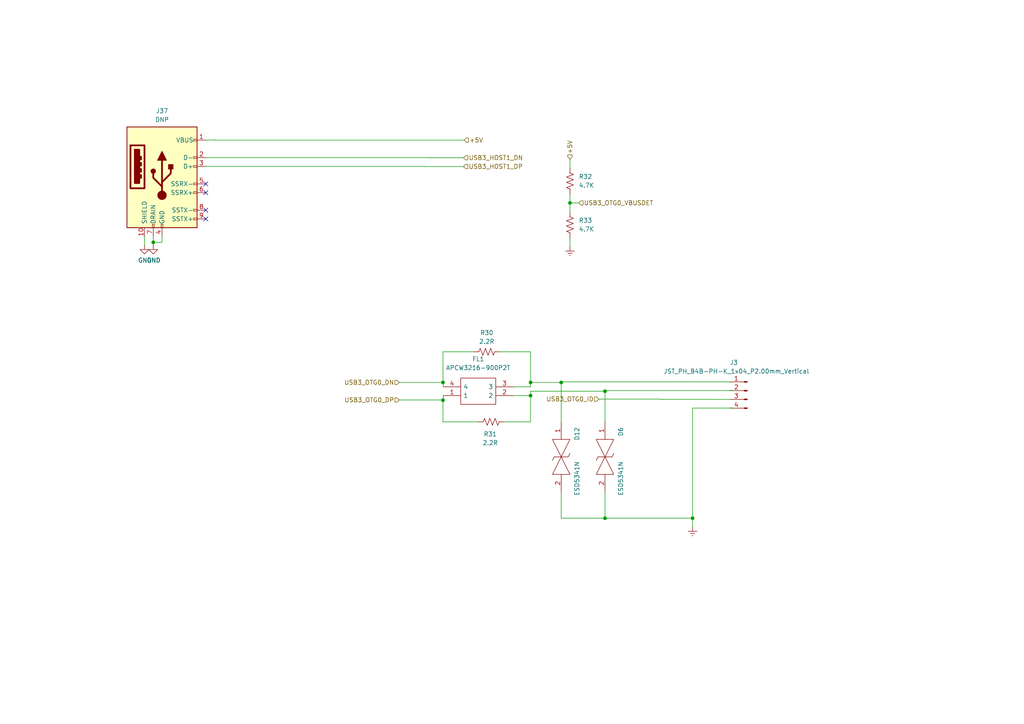
<source format=kicad_sch>
(kicad_sch (version 20231120) (generator "eeschema") (generator_version "8.0")
  (paper "A4")
  (lib_symbols
    (symbol "Connector:Conn_01x04_Pin" (pin_names (offset 1.016) hide)
      (property "Reference" "J" (at 0 5.08 0))
      (property "Value" "Conn_01x04_Pin" (at 0 -7.62 0))
      (symbol "Conn_01x04_Pin_1_1"
        (polyline (pts (xy 1.27 -5.08) (xy 0.8636 -5.08)) (stroke (width 0.1524)))
        (polyline (pts (xy 1.27 -2.54) (xy 0.8636 -2.54)) (stroke (width 0.1524)))
        (polyline (pts (xy 1.27 0) (xy 0.8636 0)) (stroke (width 0.1524)))
        (polyline (pts (xy 1.27 2.54) (xy 0.8636 2.54)) (stroke (width 0.1524)))
        (rectangle (start 0.8636 -4.953) (end 0 -5.207) (stroke (width 0.1524)) (fill (type outline)))
        (rectangle (start 0.8636 -2.413) (end 0 -2.667) (stroke (width 0.1524)) (fill (type outline)))
        (rectangle (start 0.8636 0.127) (end 0 -0.127) (stroke (width 0.1524)) (fill (type outline)))
        (rectangle (start 0.8636 2.667) (end 0 2.413) (stroke (width 0.1524)) (fill (type outline)))
        (pin passive line (at 5.08 2.54 180) (length 3.81) (name "Pin_1") (number "1"))
        (pin passive line (at 5.08 0 180) (length 3.81) (name "Pin_2") (number "2"))
        (pin passive line (at 5.08 -2.54 180) (length 3.81) (name "Pin_3") (number "3"))
        (pin passive line (at 5.08 -5.08 180) (length 3.81) (name "Pin_4") (number "4"))
      )
    )
    (symbol "Connector:USB3_A" (pin_names (offset 1.016))
      (property "Reference" "J" (at -10.16 15.24 0))
      (property "Value" "USB3_A" (at 10.16 15.24 0))
      (symbol "USB3_A_0_0"
        (rectangle (start -9.144 8.636) (end -5.08 -3.81) (stroke (width 0.508)))
        (rectangle (start -7.874 7.366) (end -6.604 -2.286) (stroke (width 0.508)) (fill (type outline)))
        (rectangle (start -6.35 0) (end -6.096 -0.762) (stroke (width 0.508)))
        (rectangle (start -6.35 1.778) (end -6.096 1.016) (stroke (width 0.508)))
        (rectangle (start -6.35 3.556) (end -6.096 2.794) (stroke (width 0.508)))
        (rectangle (start -6.35 5.334) (end -6.096 4.572) (stroke (width 0.508)))
        (rectangle (start -2.794 -15.24) (end -2.286 -14.224))
        (rectangle (start -0.254 -15.24) (end 0.254 -14.224))
        (rectangle (start 10.16 -12.446) (end 9.144 -12.954))
        (rectangle (start 10.16 -9.906) (end 9.144 -10.414))
        (rectangle (start 10.16 -4.826) (end 9.144 -5.334))
        (rectangle (start 10.16 -2.286) (end 9.144 -2.794))
        (rectangle (start 10.16 2.794) (end 9.144 2.286))
        (rectangle (start 10.16 5.334) (end 9.144 4.826))
        (rectangle (start 10.16 10.414) (end 9.144 9.906))
      )
      (symbol "USB3_A_0_1"
        (rectangle (start -10.16 13.97) (end 10.16 -15.24) (stroke (width 0.254)) (fill (type background)))
      )
      (symbol "USB3_A_1_1"
        (circle (center -2.54 1.143) (radius 0.635) (stroke (width 0.254)) (fill (type outline)))
        (circle (center 0 -5.842) (radius 1.27) (fill (type outline)))
        (polyline (pts (xy 0 -5.842) (xy 0 4.318)) (stroke (width 0.508)))
        (polyline (pts (xy 0 -3.302) (xy -2.54 -0.762) (xy -2.54 0.508)) (stroke (width 0.508)))
        (polyline (pts (xy 0 -2.032) (xy 2.54 0.508) (xy 2.54 1.778)) (stroke (width 0.508)))
        (polyline (pts (xy -1.27 4.318) (xy 0 6.858) (xy 1.27 4.318) (xy -1.27 4.318)) (stroke (width 0.254)) (fill (type outline)))
        (rectangle (start 1.905 1.778) (end 3.175 3.048) (stroke (width 0.254)) (fill (type outline)))
        (pin power_in line (at 12.7 10.16 180) (length 2.54) (name "VBUS") (number "1"))
        (pin passive line (at -5.08 -17.78 90) (length 2.54) (name "SHIELD") (number "10"))
        (pin bidirectional line (at 12.7 5.08 180) (length 2.54) (name "D-") (number "2"))
        (pin bidirectional line (at 12.7 2.54 180) (length 2.54) (name "D+") (number "3"))
        (pin power_in line (at 0 -17.78 90) (length 2.54) (name "GND") (number "4"))
        (pin output line (at 12.7 -2.54 180) (length 2.54) (name "SSRX-") (number "5"))
        (pin output line (at 12.7 -5.08 180) (length 2.54) (name "SSRX+") (number "6"))
        (pin passive line (at -2.54 -17.78 90) (length 2.54) (name "DRAIN") (number "7"))
        (pin input line (at 12.7 -10.16 180) (length 2.54) (name "SSTX-") (number "8"))
        (pin input line (at 12.7 -12.7 180) (length 2.54) (name "SSTX+") (number "9"))
      )
    )
    (symbol "DLW31SN900SQ2L:DLW31SN900SQ2L" (pin_names (offset 0.762))
      (property "Reference" "FL" (at 16.51 7.62 0))
      (property "Value" "DLW31SN900SQ2L" (at 16.51 5.08 0))
      (symbol "DLW31SN900SQ2L_0_0"
        (pin passive line (at 0 -2.54 0) (length 5.08) (name "1") (number "1"))
        (pin passive line (at 20.32 -2.54 180) (length 5.08) (name "2") (number "2"))
        (pin passive line (at 20.32 0 180) (length 5.08) (name "3") (number "3"))
        (pin passive line (at 0 0 0) (length 5.08) (name "4") (number "4"))
      )
      (symbol "DLW31SN900SQ2L_0_1"
        (polyline (pts (xy 5.08 2.54) (xy 15.24 2.54) (xy 15.24 -5.08) (xy 5.08 -5.08) (xy 5.08 2.54)) (stroke (width 0.1524)))
      )
    )
    (symbol "Device:R_US" (pin_numbers hide) (pin_names (offset 0))
      (property "Reference" "R" (at 2.54 0 90))
      (property "Value" "R_US" (at -2.54 0 90))
      (symbol "R_US_0_1"
        (polyline (pts (xy 0 -2.286) (xy 0 -2.54)))
        (polyline (pts (xy 0 2.286) (xy 0 2.54)))
        (polyline (pts (xy 0 -0.762) (xy 1.016 -1.143) (xy 0 -1.524) (xy -1.016 -1.905) (xy 0 -2.286)))
        (polyline (pts (xy 0 0.762) (xy 1.016 0.381) (xy 0 0) (xy -1.016 -0.381) (xy 0 -0.762)))
        (polyline (pts (xy 0 2.286) (xy 1.016 1.905) (xy 0 1.524) (xy -1.016 1.143) (xy 0 0.762)))
      )
      (symbol "R_US_1_1"
        (pin passive line (at 0 3.81 270) (length 1.27) (name "~") (number "1"))
        (pin passive line (at 0 -3.81 90) (length 1.27) (name "~") (number "2"))
      )
    )
    (symbol "SP0402B-ULC-01ETG:SP0402B-ULC-01ETG" (pin_names (offset 0.762))
      (property "Reference" "D" (at 12.7 8.89 0))
      (property "Value" "SP0402B-ULC-01ETG" (at 12.7 6.35 0))
      (symbol "SP0402B-ULC-01ETG_0_0"
        (pin passive line (at 0 0 0) (length 5.08) (name "~") (number "1"))
        (pin passive line (at 20.32 0 180) (length 5.08) (name "~") (number "2"))
      )
      (symbol "SP0402B-ULC-01ETG_0_1"
        (polyline (pts (xy 9.144 2.54) (xy 10.16 2.032)) (stroke (width 0.1524)))
        (polyline (pts (xy 10.16 -2.032) (xy 10.16 2.032)) (stroke (width 0.1524)))
        (polyline (pts (xy 10.16 -2.032) (xy 11.176 -2.54)) (stroke (width 0.1524)))
        (polyline (pts (xy 10.16 0) (xy 5.08 -2.54) (xy 5.08 2.54) (xy 10.16 0)) (stroke (width 0.1524)))
        (polyline (pts (xy 10.16 0) (xy 15.24 -2.54) (xy 15.24 2.54) (xy 10.16 0)) (stroke (width 0.1524)))
      )
    )
    (symbol "power:Earth" (power) (pin_names (offset 0))
      (symbol "Earth_0_1"
        (polyline (pts (xy -0.635 -1.905) (xy 0.635 -1.905)))
        (polyline (pts (xy -0.127 -2.54) (xy 0.127 -2.54)))
        (polyline (pts (xy 0 -1.27) (xy 0 0)))
        (polyline (pts (xy 1.27 -1.27) (xy -1.27 -1.27)))
      )
      (symbol "Earth_1_1"
        (pin power_in line (at 0 0 270) (length 0) hide (name "Earth") (number "1"))
      )
    )
    (symbol "power:GND" (power) (pin_names (offset 0))
      (property "Value" "GND" (at 0 -3.81 0))
      (symbol "GND_0_1"
        (polyline (pts (xy 0 0) (xy 0 -1.27) (xy 1.27 -1.27) (xy 0 -2.54) (xy -1.27 -1.27) (xy 0 -1.27)))
      )
      (symbol "GND_1_1"
        (pin power_in line (at 0 0 270) (length 0) hide (name "GND") (number "1"))
      )
    )
  )
  (junction (at 165.3132 58.8557))
  (junction (at 162.7732 110.9257))
  (junction (at 128.4832 110.9257))
  (junction (at 153.8832 114.7367))
  (junction (at 175.4732 150.2957))
  (junction (at 128.4832 116.0685))
  (junction (at 200.8732 150.2957))
  (junction (at 153.8832 110.9257))
  (junction (at 175.4732 113.4657))
  (junction (at 44.45 70.2855))
  (no_connect (at 59.69 53.34))
  (no_connect (at 59.69 63.5))
  (no_connect (at 59.69 60.96))
  (no_connect (at 59.69 55.88))
  (wire (pts (xy 62.406 40.64) (xy 62.406 40.5978)))
  (wire (pts (xy 44.45 71.12) (xy 44.45 70.2855)))
  (wire (pts (xy 191.77 115.824) (xy 207.4784 115.824)))
  (wire (pts (xy 212.4585 113.3051) (xy 211.6569 113.3051)))
  (wire (pts (xy 175.4732 150.2957) (xy 200.8732 150.2957)))
  (wire (pts (xy 153.8832 122.3557) (xy 146.2632 122.3557)))
  (wire (pts (xy 128.5532 112.1967) (xy 128.5532 110.9257)))
  (wire (pts (xy 128.5532 110.9257) (xy 128.4832 110.9257)))
  (wire (pts (xy 128.5532 116.0685) (xy 128.4832 116.0685)))
  (wire (pts (xy 165.3132 56.3157) (xy 165.3132 58.8557)))
  (wire (pts (xy 124.284 45.7622) (xy 134.444 45.7622)))
  (wire (pts (xy 128.5532 114.7367) (xy 128.5532 116.0685)))
  (wire (pts (xy 212.4585 118.3851) (xy 211.6569 118.3851)))
  (wire (pts (xy 46.99 68.58) (xy 46.99 70.2855)))
  (wire (pts (xy 162.7732 150.2957) (xy 175.4732 150.2957)))
  (wire (pts (xy 207.4784 115.824) (xy 207.4784 115.8451)))
  (wire (pts (xy 115.7832 116.0057) (xy 128.4832 116.0057)))
  (wire (pts (xy 124.284 45.7622) (xy 124.284 45.72)))
  (wire (pts (xy 162.7732 110.744) (xy 162.7732 110.9257)))
  (wire (pts (xy 162.7732 110.744) (xy 210.0184 110.744)))
  (wire (pts (xy 162.7732 150.2957) (xy 162.7732 142.6757)))
  (wire (pts (xy 62.406 40.5978) (xy 59.69 40.64)))
  (wire (pts (xy 175.4732 113.4657) (xy 175.4732 122.3557)))
  (wire (pts (xy 212.4585 118.364) (xy 212.4585 118.3851)))
  (wire (pts (xy 175.4732 113.4657) (xy 153.8832 113.4657)))
  (wire (pts (xy 153.8832 114.7367) (xy 153.8832 122.3557)))
  (wire (pts (xy 138.6432 122.3557) (xy 128.4832 122.3557)))
  (wire (pts (xy 210.0184 110.7651) (xy 211.6569 110.7651)))
  (wire (pts (xy 210.0184 110.744) (xy 210.0184 110.7651)))
  (wire (pts (xy 128.4832 122.3557) (xy 128.4832 116.0685)))
  (wire (pts (xy 137.3732 102.0357) (xy 128.4832 102.0357)))
  (wire (pts (xy 128.4832 102.0357) (xy 128.4832 110.9257)))
  (wire (pts (xy 162.7732 110.9257) (xy 162.7732 122.3557)))
  (wire (pts (xy 165.3132 69.0157) (xy 165.3132 71.5557)))
  (wire (pts (xy 59.69 45.72) (xy 124.284 45.72)))
  (wire (pts (xy 62.406 40.64) (xy 134.62 40.64)))
  (wire (pts (xy 128.4832 116.0685) (xy 128.4832 116.0057)))
  (wire (pts (xy 200.8732 118.364) (xy 212.4585 118.364)))
  (wire (pts (xy 148.8732 112.1967) (xy 153.8832 112.1967)))
  (wire (pts (xy 123.014 48.3022) (xy 123.014 48.26)))
  (wire (pts (xy 123.014 48.3022) (xy 134.444 48.3022)))
  (wire (pts (xy 46.99 70.2855) (xy 44.45 70.2855)))
  (wire (pts (xy 200.8732 150.2957) (xy 200.8732 152.8357)))
  (wire (pts (xy 175.4732 113.284) (xy 175.4732 113.4657)))
  (wire (pts (xy 144.9932 102.0357) (xy 153.8832 102.0357)))
  (wire (pts (xy 59.69 48.26) (xy 123.014 48.26)))
  (wire (pts (xy 165.3132 58.8557) (xy 165.3132 61.3957)))
  (wire (pts (xy 207.4784 115.8451) (xy 211.6569 115.8451)))
  (wire (pts (xy 200.8732 118.364) (xy 200.8732 150.2957)))
  (wire (pts (xy 175.4732 150.2957) (xy 175.4732 142.6757)))
  (wire (pts (xy 167.8532 58.8557) (xy 165.3132 58.8557)))
  (wire (pts (xy 173.6713 115.7517) (xy 191.77 115.7517)))
  (wire (pts (xy 148.8732 114.7367) (xy 153.8832 114.7367)))
  (wire (pts (xy 175.4732 113.284) (xy 212.4585 113.284)))
  (wire (pts (xy 153.8832 112.1967) (xy 153.8832 110.9257)))
  (wire (pts (xy 153.8832 102.0357) (xy 153.8832 110.9257)))
  (wire (pts (xy 153.8832 113.4657) (xy 153.8832 114.7367)))
  (wire (pts (xy 44.45 70.2855) (xy 44.45 68.58)))
  (wire (pts (xy 153.8832 110.9257) (xy 162.7732 110.9257)))
  (wire (pts (xy 212.4585 113.284) (xy 212.4585 113.3051)))
  (wire (pts (xy 191.77 115.824) (xy 191.77 115.7517)))
  (wire (pts (xy 115.7832 110.9257) (xy 128.4832 110.9257)))
  (wire (pts (xy 41.91 71.12) (xy 41.91 68.58)))
  (wire (pts (xy 165.3132 46.1557) (xy 165.3132 48.6957)))
  (hierarchical_label "USB3_HOST1_DP" (shape input) (at 134.444 48.3022 0))
  (hierarchical_label "USB3_HOST1_DN" (shape input) (at 134.444 45.7622 0))
  (hierarchical_label "+5V" (shape input) (at 165.3132 46.1557 90))
  (hierarchical_label "USB3_OTG0_ID" (shape input) (at 173.6713 115.7517 180))
  (hierarchical_label "USB3_OTG0_DP" (shape input) (at 115.7832 116.0057 180))
  (hierarchical_label "USB3_OTG0_VBUSDET" (shape input) (at 167.8532 58.8557 0))
  (hierarchical_label "+5V" (shape input) (at 134.62 40.64 0))
  (hierarchical_label "USB3_OTG0_DN" (shape input) (at 115.7832 110.9257 180))
  (symbol (lib_id "SP0402B-ULC-01ETG:SP0402B-ULC-01ETG") (at 175.4732 122.3557 270) (unit 1)
    (property "Reference" "D6" (at 180.0452 123.8797 0) (effects (justify left)))
    (property "Value" "ESD5341N" (at 180.0452 133.7857 0) (effects (justify left)))
    (property "Footprint" "ESD5341N:ESD5341N" (effects (hide yes)))
    (property "Datasheet" "https://www.mouser.com/datasheet/2/240/Littelfuse_TVS_Diode_Array_Ultra_Low_Capacitance_D-1021420.pdf" (effects (hide yes)))
    (property "Description" "ESD Suppressors / TVS Diodes 5V .13pF 20kV" (effects (hide yes)))
    (property "Manufacturer_Name" "LITTELFUSE" (effects (hide yes)))
    (property "Manufacturer_Part_Number" "SP0402B-ULC-01ETG" (effects (hide yes)))
    (property "Mouser Part Number" "576-SP0402BULC-01ETG" (effects (hide yes)))
    (property "Mouser Price/Stock" "https://www.mouser.co.uk/ProductDetail/Littelfuse/SP0402B-ULC-01ETG?qs=lM4gFlnEeENx4cnTNlk34g%3D%3D" (effects (hide yes)))
    (property "Arrow Part Number" "SP0402B-ULC-01ETG" (effects (hide yes)))
    (property "Arrow Price/Stock" "https://www.arrow.com/en/products/sp0402b-ulc-01etg/littelfuse?region=nac" (effects (hide yes)))
    (property "MPN" "ESD5341N" (effects (hide yes)))
  )
  (symbol (lib_id "power:Earth") (at 200.8732 152.8357 0) (unit 1)
    (property "Reference" "#PWR073" (effects (hide yes)))
    (property "Value" "Earth" (effects (hide yes)))
    (property "Description" "Power symbol creates a global label with name \"Earth\"" (effects (hide yes)))
  )
  (symbol (lib_id "power:GND") (at 41.91 71.12 0) (unit 1)
    (property "Reference" "#PWR0144" (effects (hide yes)))
    (property "Value" "GND" (at 42.037 75.5142 0))
  )
  (symbol (lib_id "power:GND") (at 44.45 71.12 0) (unit 1)
    (property "Reference" "#PWR0223" (effects (hide yes)))
    (property "Value" "GND" (at 44.577 75.5142 0))
  )
  (symbol (lib_id "Device:R_US") (at 142.4532 122.3557 90) (unit 1)
    (property "Reference" "R31" (at 142.1992 125.9117 90))
    (property "Value" "2.2R" (at 142.1992 128.4517 90))
    (property "Footprint" "Resistor_SMD:R_0402_1005Metric" (effects (hide yes)))
    (property "Description" "Resistor, US symbol" (effects (hide yes)))
    (property "MPN" "0402WGF220KTCE" (effects (hide yes)))
  )
  (symbol (lib_id "Device:R_US") (at 165.3132 65.2057 0) (unit 1)
    (property "Reference" "R33" (at 167.8532 63.9356 0) (effects (justify left)))
    (property "Value" "4.7K" (at 167.8532 66.4756 0) (effects (justify left)))
    (property "Footprint" "Resistor_SMD:R_0603_1608Metric" (effects (hide yes)))
    (property "Description" "Resistor, US symbol" (effects (hide yes)))
    (property "MPN" "0603WAF4701T5E" (effects (hide yes)))
  )
  (symbol (lib_id "Connector:USB3_A") (at 46.99 50.8 0) (unit 1)
    (property "Reference" "J37" (at 46.99 32.1733 0))
    (property "Value" "DNP" (at 46.99 34.7133 0))
    (property "Footprint" "footprint:CP-USB-3015" (effects (hide yes)))
    (property "Description" "USB 3.0 A connector" (effects (hide yes)))
    (property "MPN" "USB3.0 侧插" (effects (hide yes)))
  )
  (symbol (lib_id "DLW31SN900SQ2L:DLW31SN900SQ2L") (at 128.5532 112.1967 0) (unit 1)
    (property "Reference" "FL1" (at 138.7132 104.14 0))
    (property "Value" "APCW3216-900P2T" (at 138.7132 106.68 0))
    (property "Footprint" "DLW31SN900SQ2L:DLW31SH222SQ2L" (effects (hide yes)))
    (property "Datasheet" "https://www.murata.com/en-us/products/productdetail?partno=DLW31SN900SQ2%23" (effects (hide yes)))
    (property "Description" "Common mode choke SMD 1206 370mA 90R Murata DLW31S Series Wire-wound SMD Inductor +/-25% Wire-Wound 370mA Idc" (effects (hide yes)))
    (property "Height" "2.1" (effects (hide yes)))
    (property "Manufacturer_Name" "Murata Electronics" (effects (hide yes)))
    (property "Manufacturer_Part_Number" "DLW31SN900SQ2L" (effects (hide yes)))
    (property "Mouser Part Number" "81-DLW31SN900SQ2L" (effects (hide yes)))
    (property "Mouser Price/Stock" "https://www.mouser.co.uk/ProductDetail/Murata-Electronics/DLW31SN900SQ2L?qs=MvDi5e8ZjmVQKH%2F%2FPPGwmg%3D%3D" (effects (hide yes)))
    (property "Arrow Part Number" "DLW31SN900SQ2L" (effects (hide yes)))
    (property "Arrow Price/Stock" "https://www.arrow.com/en/products/dlw31sn900sq2l/murata-manufacturing?region=nac" (effects (hide yes)))
    (property "MPN" "APCW3216-900P2T" (effects (hide yes)))
  )
  (symbol (lib_id "SP0402B-ULC-01ETG:SP0402B-ULC-01ETG") (at 162.7732 122.3557 270) (unit 1)
    (property "Reference" "D12" (at 167.3452 123.8797 0) (effects (justify left)))
    (property "Value" "ESD5341N" (at 167.3452 133.7857 0) (effects (justify left)))
    (property "Footprint" "ESD5341N:ESD5341N" (effects (hide yes)))
    (property "Datasheet" "https://www.mouser.com/datasheet/2/240/Littelfuse_TVS_Diode_Array_Ultra_Low_Capacitance_D-1021420.pdf" (effects (hide yes)))
    (property "Description" "ESD Suppressors / TVS Diodes 5V .13pF 20kV" (effects (hide yes)))
    (property "Manufacturer_Name" "LITTELFUSE" (effects (hide yes)))
    (property "Manufacturer_Part_Number" "SP0402B-ULC-01ETG" (effects (hide yes)))
    (property "Mouser Part Number" "576-SP0402BULC-01ETG" (effects (hide yes)))
    (property "Mouser Price/Stock" "https://www.mouser.co.uk/ProductDetail/Littelfuse/SP0402B-ULC-01ETG?qs=lM4gFlnEeENx4cnTNlk34g%3D%3D" (effects (hide yes)))
    (property "Arrow Part Number" "SP0402B-ULC-01ETG" (effects (hide yes)))
    (property "Arrow Price/Stock" "https://www.arrow.com/en/products/sp0402b-ulc-01etg/littelfuse?region=nac" (effects (hide yes)))
    (property "MPN" "ESD5341N" (effects (hide yes)))
  )
  (symbol (lib_id "power:Earth") (at 165.3132 71.5557 0) (unit 1)
    (property "Reference" "#PWR072" (effects (hide yes)))
    (property "Value" "Earth" (effects (hide yes)))
    (property "Description" "Power symbol creates a global label with name \"Earth\"" (effects (hide yes)))
  )
  (symbol (lib_id "Device:R_US") (at 165.3132 52.5057 0) (unit 1)
    (property "Reference" "R32" (at 167.8532 51.2356 0) (effects (justify left)))
    (property "Value" "4.7K" (at 167.8532 53.7756 0) (effects (justify left)))
    (property "Footprint" "Resistor_SMD:R_0603_1608Metric" (effects (hide yes)))
    (property "Description" "Resistor, US symbol" (effects (hide yes)))
    (property "MPN" "0603WAF4701T5E" (effects (hide yes)))
  )
  (symbol (lib_id "Device:R_US") (at 141.1832 102.0357 90) (unit 1)
    (property "Reference" "R30" (at 141.1832 96.52 90))
    (property "Value" "2.2R" (at 141.1832 99.06 90))
    (property "Footprint" "Resistor_SMD:R_0402_1005Metric" (effects (hide yes)))
    (property "Description" "Resistor, US symbol" (effects (hide yes)))
    (property "MPN" "0402WGF220KTCE" (effects (hide yes)))
  )
  (symbol (lib_id "Connector:Conn_01x04_Pin") (at 216.7369 113.3051 0) (mirror y) (unit 1)
    (property "Reference" "J3" (at 212.852 105.156 0))
    (property "Value" "JST_PH_B4B-PH-K_1x04_P2.00mm_Vertical" (at 213.614 107.696 0))
    (property "Footprint" "Connector_JST:JST_PH_B4B-PH-K_1x04_P2.00mm_Vertical" (effects (hide yes)))
    (property "Description" "Generic connector, single row, 01x04, script generated" (effects (hide yes)))
  )
)
</source>
